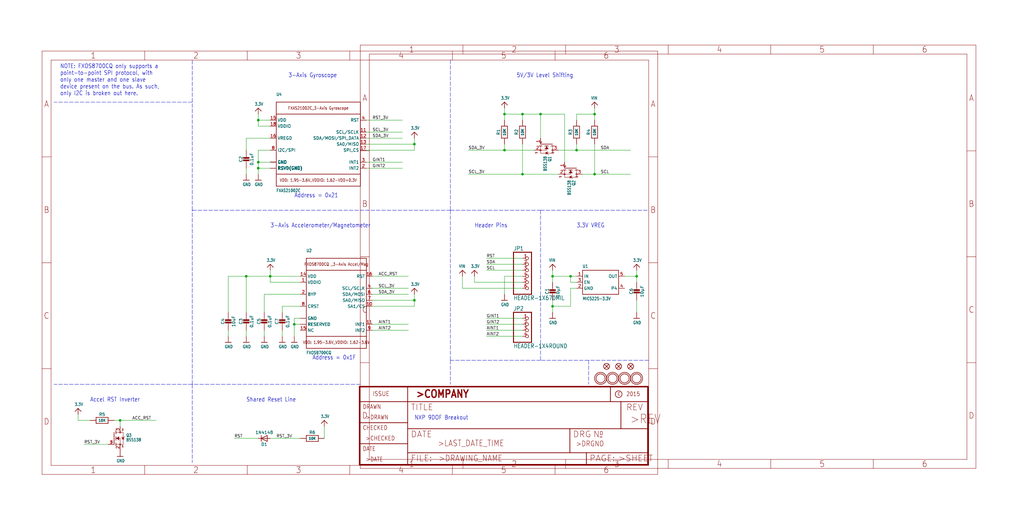
<source format=kicad_sch>
(kicad_sch (version 20211123) (generator eeschema)
  (paper "User" 433.07 220.421)
  (lib_symbols
    (symbol "eagleSchem-eagle-import:3.3V" (power)
      (property "Value" "3.3V" (at -1.524 1.016 0))
      (symbol "3.3V_1_0"
        (polyline (pts (xy -1.27 -1.27) (xy 0 0)) (stroke (width 0.254)))
        (polyline (pts (xy 0 0) (xy 1.27 -1.27)) (stroke (width 0.254)))
        (pin power_in line (at 0 -2.54 90) (length 2.54) (name "3.3V") (number "1"))
      )
    )
    (symbol "eagleSchem-eagle-import:ACCEL_MAG_FXOS8700CQ"
      (property "Reference" "U" (at -12.7 20.32 0))
      (property "Value" "ACCEL_MAG_FXOS8700CQ" (at -12.7 -22.86 0))
      (symbol "ACCEL_MAG_FXOS8700CQ_1_0"
        (polyline (pts (xy -12.7 -20.32) (xy 12.7 -20.32)) (stroke (width 0.254)))
        (polyline (pts (xy -12.7 -15.24) (xy -12.7 -20.32)) (stroke (width 0.254)))
        (polyline (pts (xy -12.7 -15.24) (xy -12.7 12.7)) (stroke (width 0.254)))
        (polyline (pts (xy -12.7 12.7) (xy -12.7 17.78)) (stroke (width 0.254)))
        (polyline (pts (xy -12.7 12.7) (xy 12.7 12.7)) (stroke (width 0.254)))
        (polyline (pts (xy -12.7 17.78) (xy 12.7 17.78)) (stroke (width 0.254)))
        (polyline (pts (xy 12.7 -20.32) (xy 12.7 -15.24)) (stroke (width 0.254)))
        (polyline (pts (xy 12.7 -15.24) (xy -12.7 -15.24)) (stroke (width 0.254)))
        (polyline (pts (xy 12.7 12.7) (xy 12.7 -15.24)) (stroke (width 0.254)))
        (polyline (pts (xy 12.7 17.78) (xy 12.7 12.7)) (stroke (width 0.254)))
        (text "FXOS8700CQ _3-Axis Accel/Mag" (at 0 15.24 0) (effects (font (size 1.27 1.0795))))
        (text "VDD: 1.95-3.6V_VDDIO: 1.62-3.6V" (at 0 -17.78 0) (effects (font (size 1.27 1.0795))))
        (pin bidirectional line (at -15.24 7.62 0) (length 2.54) (name "VDDIO") (number "1"))
        (pin bidirectional line (at 15.24 -2.54 180) (length 2.54) (name "SA1/CS") (number "10"))
        (pin bidirectional line (at 15.24 -10.16 180) (length 2.54) (name "INT1") (number "11"))
        (pin bidirectional line (at -15.24 -7.62 0) (length 2.54) (name "GND") (number "12"))
        (pin bidirectional line (at -15.24 -10.16 0) (length 2.54) (name "RESERVED") (number "13"))
        (pin bidirectional line (at -15.24 10.16 0) (length 2.54) (name "VDD") (number "14"))
        (pin bidirectional line (at -15.24 -12.7 0) (length 2.54) (name "NC") (number "15"))
        (pin bidirectional line (at 15.24 10.16 180) (length 2.54) (name "RST") (number "16"))
        (pin bidirectional line (at -15.24 2.54 0) (length 2.54) (name "BYP") (number "2"))
        (pin bidirectional line (at -15.24 -10.16 0) (length 2.54) (name "RESERVED") (number "3"))
        (pin bidirectional line (at 15.24 5.08 180) (length 2.54) (name "SCL/SCLK") (number "4"))
        (pin bidirectional line (at -15.24 -7.62 0) (length 2.54) (name "GND") (number "5"))
        (pin bidirectional line (at 15.24 2.54 180) (length 2.54) (name "SDA/MOSI") (number "6"))
        (pin bidirectional line (at 15.24 0 180) (length 2.54) (name "SA0/MISO") (number "7"))
        (pin bidirectional line (at -15.24 -2.54 0) (length 2.54) (name "CRST") (number "8"))
        (pin bidirectional line (at 15.24 -12.7 180) (length 2.54) (name "INT2") (number "9"))
      )
    )
    (symbol "eagleSchem-eagle-import:CAP_CERAMIC0805-NOOUTLINE"
      (property "Reference" "C" (at -2.29 1.25 90))
      (property "Value" "CAP_CERAMIC0805-NOOUTLINE" (at 2.3 1.25 90))
      (symbol "CAP_CERAMIC0805-NOOUTLINE_1_0"
        (rectangle (start -1.27 0.508) (end 1.27 1.016) (fill (type outline)))
        (rectangle (start -1.27 1.524) (end 1.27 2.032) (fill (type outline)))
        (polyline (pts (xy 0 0.762) (xy 0 0)) (stroke (width 0.1524)))
        (polyline (pts (xy 0 2.54) (xy 0 1.778)) (stroke (width 0.1524)))
        (pin passive line (at 0 5.08 270) (length 2.54) (name "1") (number "1"))
        (pin passive line (at 0 -2.54 90) (length 2.54) (name "2") (number "2"))
      )
    )
    (symbol "eagleSchem-eagle-import:DIODESOD-323"
      (property "Reference" "D" (at 0 2.54 0))
      (property "Value" "DIODESOD-323" (at 0 -2.5 0))
      (symbol "DIODESOD-323_1_0"
        (polyline (pts (xy -1.27 -1.27) (xy 1.27 0)) (stroke (width 0.254)))
        (polyline (pts (xy -1.27 1.27) (xy -1.27 -1.27)) (stroke (width 0.254)))
        (polyline (pts (xy 1.27 0) (xy -1.27 1.27)) (stroke (width 0.254)))
        (polyline (pts (xy 1.27 0) (xy 1.27 -1.27)) (stroke (width 0.254)))
        (polyline (pts (xy 1.27 1.27) (xy 1.27 0)) (stroke (width 0.254)))
        (pin passive line (at -2.54 0 0) (length 2.54) (name "A") (number "A"))
        (pin passive line (at 2.54 0 180) (length 2.54) (name "C") (number "C"))
      )
    )
    (symbol "eagleSchem-eagle-import:FIDUCIAL_1MM"
      (symbol "FIDUCIAL_1MM_1_0"
        (polyline (pts (xy -0.762 0.762) (xy 0.762 -0.762)) (stroke (width 0.254)))
        (polyline (pts (xy 0.762 0.762) (xy -0.762 -0.762)) (stroke (width 0.254)))
        (circle (center 0 0) (radius 1.27) (stroke (width 0.254)))
      )
    )
    (symbol "eagleSchem-eagle-import:FRAME_A4"
      (symbol "FRAME_A4_0_0"
        (polyline (pts (xy 0 44.7675) (xy 3.81 44.7675)))
        (polyline (pts (xy 0 89.535) (xy 3.81 89.535)))
        (polyline (pts (xy 0 134.3025) (xy 3.81 134.3025)))
        (polyline (pts (xy 3.81 3.81) (xy 3.81 175.26)))
        (polyline (pts (xy 43.3917 0) (xy 43.3917 3.81)))
        (polyline (pts (xy 43.3917 175.26) (xy 43.3917 179.07)))
        (polyline (pts (xy 86.7833 0) (xy 86.7833 3.81)))
        (polyline (pts (xy 86.7833 175.26) (xy 86.7833 179.07)))
        (polyline (pts (xy 130.175 0) (xy 130.175 3.81)))
        (polyline (pts (xy 130.175 175.26) (xy 130.175 179.07)))
        (polyline (pts (xy 173.5667 0) (xy 173.5667 3.81)))
        (polyline (pts (xy 173.5667 175.26) (xy 173.5667 179.07)))
        (polyline (pts (xy 216.9583 0) (xy 216.9583 3.81)))
        (polyline (pts (xy 216.9583 175.26) (xy 216.9583 179.07)))
        (polyline (pts (xy 256.54 3.81) (xy 3.81 3.81)))
        (polyline (pts (xy 256.54 3.81) (xy 256.54 175.26)))
        (polyline (pts (xy 256.54 44.7675) (xy 260.35 44.7675)))
        (polyline (pts (xy 256.54 89.535) (xy 260.35 89.535)))
        (polyline (pts (xy 256.54 134.3025) (xy 260.35 134.3025)))
        (polyline (pts (xy 256.54 175.26) (xy 3.81 175.26)))
        (polyline (pts (xy 0 0) (xy 260.35 0) (xy 260.35 179.07) (xy 0 179.07) (xy 0 0)))
        (text "1" (at 21.6958 1.905 0) (effects (font (size 2.54 2.286))))
        (text "1" (at 21.6958 177.165 0) (effects (font (size 2.54 2.286))))
        (text "2" (at 65.0875 1.905 0) (effects (font (size 2.54 2.286))))
        (text "2" (at 65.0875 177.165 0) (effects (font (size 2.54 2.286))))
        (text "3" (at 108.4792 1.905 0) (effects (font (size 2.54 2.286))))
        (text "3" (at 108.4792 177.165 0) (effects (font (size 2.54 2.286))))
        (text "4" (at 151.8708 1.905 0) (effects (font (size 2.54 2.286))))
        (text "4" (at 151.8708 177.165 0) (effects (font (size 2.54 2.286))))
        (text "5" (at 195.2625 1.905 0) (effects (font (size 2.54 2.286))))
        (text "5" (at 195.2625 177.165 0) (effects (font (size 2.54 2.286))))
        (text "6" (at 238.6542 1.905 0) (effects (font (size 2.54 2.286))))
        (text "6" (at 238.6542 177.165 0) (effects (font (size 2.54 2.286))))
        (text "A" (at 1.905 156.6863 0) (effects (font (size 2.54 2.286))))
        (text "A" (at 258.445 156.6863 0) (effects (font (size 2.54 2.286))))
        (text "B" (at 1.905 111.9188 0) (effects (font (size 2.54 2.286))))
        (text "B" (at 258.445 111.9188 0) (effects (font (size 2.54 2.286))))
        (text "C" (at 1.905 67.1513 0) (effects (font (size 2.54 2.286))))
        (text "C" (at 258.445 67.1513 0) (effects (font (size 2.54 2.286))))
        (text "D" (at 1.905 22.3838 0) (effects (font (size 2.54 2.286))))
        (text "D" (at 258.445 22.3838 0) (effects (font (size 2.54 2.286))))
      )
      (symbol "FRAME_A4_1_0"
        (polyline (pts (xy 256.54 3.81) (xy 256.54 8.89)) (stroke (width 0.1016)))
        (polyline (pts (xy 256.54 8.89) (xy 256.54 13.97)) (stroke (width 0.1016)))
        (polyline (pts (xy 256.54 13.97) (xy 256.54 19.05)) (stroke (width 0.1016)))
        (polyline (pts (xy 256.54 19.05) (xy 256.54 36.83)) (stroke (width 0.1016)))
      )
      (symbol "FRAME_A4_2_0"
        (polyline (pts (xy -0.3048 1.5748) (xy 20.0152 1.5748)) (stroke (width 0.6096)))
        (polyline (pts (xy -0.3048 10.4648) (xy -0.3048 1.5748)) (stroke (width 0.6096)))
        (polyline (pts (xy -0.3048 10.4648) (xy 20.0152 10.4648)) (stroke (width 0.3048)))
        (polyline (pts (xy -0.3048 19.3548) (xy -0.3048 10.4648)) (stroke (width 0.6096)))
        (polyline (pts (xy -0.3048 19.3548) (xy 20.0152 19.3548)) (stroke (width 0.3048)))
        (polyline (pts (xy -0.3048 28.2448) (xy -0.3048 19.3548)) (stroke (width 0.6096)))
        (polyline (pts (xy -0.3048 28.2448) (xy 20.0152 28.2448)) (stroke (width 0.3048)))
        (polyline (pts (xy -0.3048 34.5948) (xy -0.3048 28.2448)) (stroke (width 0.6096)))
        (polyline (pts (xy 20.0152 1.5748) (xy 20.0152 6.6548)) (stroke (width 0.3048)))
        (polyline (pts (xy 20.0152 1.5748) (xy 95.5802 1.5748)) (stroke (width 0.6096)))
        (polyline (pts (xy 20.0152 6.6548) (xy 20.0152 10.4648)) (stroke (width 0.3048)))
        (polyline (pts (xy 20.0152 6.6548) (xy 88.5952 6.6548)) (stroke (width 0.3048)))
        (polyline (pts (xy 20.0152 10.4648) (xy 20.0152 16.8148)) (stroke (width 0.3048)))
        (polyline (pts (xy 20.0152 16.8148) (xy 20.0152 19.3548)) (stroke (width 0.3048)))
        (polyline (pts (xy 20.0152 19.3548) (xy 20.0152 28.2448)) (stroke (width 0.3048)))
        (polyline (pts (xy 20.0152 28.2448) (xy 20.0152 34.5948)) (stroke (width 0.3048)))
        (polyline (pts (xy 20.0152 28.2448) (xy 105.7402 28.2448)) (stroke (width 0.3048)))
        (polyline (pts (xy 20.0152 34.5948) (xy -0.3048 34.5948)) (stroke (width 0.6096)))
        (polyline (pts (xy 88.5952 6.6548) (xy 95.5802 6.6548)) (stroke (width 0.3048)))
        (polyline (pts (xy 88.5952 16.8148) (xy 20.0152 16.8148)) (stroke (width 0.3048)))
        (polyline (pts (xy 88.5952 16.8148) (xy 88.5952 6.6548)) (stroke (width 0.3048)))
        (polyline (pts (xy 95.5802 1.5748) (xy 121.6152 1.5748)) (stroke (width 0.6096)))
        (polyline (pts (xy 95.5802 6.6548) (xy 95.5802 1.5748)) (stroke (width 0.3048)))
        (polyline (pts (xy 95.5802 6.6548) (xy 121.6152 6.6548)) (stroke (width 0.3048)))
        (polyline (pts (xy 101.2952 13.3223) (xy 102.2477 13.3223)) (stroke (width 0.254)))
        (polyline (pts (xy 105.7402 28.2448) (xy 105.7402 34.5948)) (stroke (width 0.3048)))
        (polyline (pts (xy 105.7402 28.2448) (xy 110.1852 28.2448)) (stroke (width 0.3048)))
        (polyline (pts (xy 105.7402 34.5948) (xy 20.0152 34.5948)) (stroke (width 0.6096)))
        (polyline (pts (xy 110.1852 16.8148) (xy 88.5952 16.8148)) (stroke (width 0.3048)))
        (polyline (pts (xy 110.1852 28.2448) (xy 110.1852 16.8148)) (stroke (width 0.3048)))
        (polyline (pts (xy 110.1852 28.2448) (xy 121.6152 28.2448)) (stroke (width 0.3048)))
        (polyline (pts (xy 121.6152 6.6548) (xy 121.6152 1.5748)) (stroke (width 0.6096)))
        (polyline (pts (xy 121.6152 16.8148) (xy 110.1852 16.8148)) (stroke (width 0.3048)))
        (polyline (pts (xy 121.6152 16.8148) (xy 121.6152 6.6548)) (stroke (width 0.6096)))
        (polyline (pts (xy 121.6152 28.2448) (xy 121.6152 16.8148)) (stroke (width 0.6096)))
        (polyline (pts (xy 121.6152 34.5948) (xy 105.7402 34.5948)) (stroke (width 0.6096)))
        (polyline (pts (xy 121.6152 34.5948) (xy 121.6152 28.2448)) (stroke (width 0.6096)))
        (circle (center 109.2327 31.4198) (radius 1.4199) (stroke (width 0.254)))
        (text "2015" (at 112.4077 30.4673 0) (effects (font (size 1.778 1.5113)) (justify left bottom)))
        (text ">CHECKED" (at 2.2352 11.7348 0) (effects (font (size 1.778 1.5113)) (justify left bottom)))
        (text ">COMPANY" (at 23.349 29.6735 0) (effects (font (size 3.175 2.6987) (thickness 0.5397) bold) (justify left bottom)))
        (text ">DATE" (at 2.2352 2.8448 0) (effects (font (size 1.778 1.5113)) (justify left bottom)))
        (text ">DRAWING_NAME" (at 33.0327 2.8448 0) (effects (font (size 2.54 2.159)) (justify left bottom)))
        (text ">DRAWN" (at 2.2352 20.6248 0) (effects (font (size 1.778 1.5113)) (justify left bottom)))
        (text ">DRGNO" (at 91.1352 9.1948 0) (effects (font (size 2.1844 1.8567)) (justify left bottom)))
        (text ">LAST_DATE_TIME" (at 32.7152 9.1948 0) (effects (font (size 2.54 2.159)) (justify left bottom)))
        (text ">REV" (at 113.9952 18.7198 0) (effects (font (size 3.81 3.2385)) (justify left bottom)))
        (text ">SHEET" (at 108.9152 2.8448 0) (effects (font (size 2.54 2.54)) (justify left bottom)))
        (text "C" (at 108.7564 30.7848 0) (effects (font (size 1.27 1.0795)) (justify left bottom)))
        (text "CHECKED" (at 0.9652 16.1798 0) (effects (font (size 1.778 1.5113)) (justify left bottom)))
        (text "DATE" (at 0.9652 7.2898 0) (effects (font (size 1.778 1.5113)) (justify left bottom)))
        (text "DATE" (at 21.2852 13.0048 0) (effects (font (size 2.54 2.54)) (justify left bottom)))
        (text "DRAWN" (at 0.9652 25.0698 0) (effects (font (size 1.778 1.5113)) (justify left bottom)))
        (text "DRG" (at 89.8652 13.0048 0) (effects (font (size 2.54 2.54)) (justify left bottom)))
        (text "FILE:" (at 21.2852 2.8448 0) (effects (font (size 2.54 2.54)) (justify left bottom)))
        (text "ISSUE" (at 5.0927 30.4673 0) (effects (font (size 1.9304 1.6408)) (justify left bottom)))
        (text "N" (at 98.4377 13.0048 0) (effects (font (size 2.54 2.54)) (justify left bottom)))
        (text "o" (at 100.9777 13.9573 0) (effects (font (size 2.1844 1.8567)) (justify left bottom)))
        (text "PAGE:" (at 96.8502 2.8448 0) (effects (font (size 2.54 2.54)) (justify left bottom)))
        (text "REV" (at 112.4077 24.4348 0) (effects (font (size 2.54 2.54)) (justify left bottom)))
        (text "TITLE" (at 21.2852 24.4348 0) (effects (font (size 2.54 2.54)) (justify left bottom)))
      )
    )
    (symbol "eagleSchem-eagle-import:GND" (power)
      (property "Value" "GND" (at -1.524 -2.54 0))
      (symbol "GND_1_0"
        (polyline (pts (xy -1.27 0) (xy 1.27 0)) (stroke (width 0.254)))
        (pin power_in line (at 0 2.54 270) (length 2.54) (name "GND") (number "1"))
      )
    )
    (symbol "eagleSchem-eagle-import:GYRO_FXAS21002C"
      (property "Reference" "U" (at -17.78 20.32 0))
      (property "Value" "GYRO_FXAS21002C" (at -17.78 -20.32 0))
      (symbol "GYRO_FXAS21002C_1_0"
        (polyline (pts (xy -17.78 -17.78) (xy 17.78 -17.78)) (stroke (width 0.254)))
        (polyline (pts (xy -17.78 -12.7) (xy -17.78 -17.78)) (stroke (width 0.254)))
        (polyline (pts (xy -17.78 -12.7) (xy -17.78 12.7)) (stroke (width 0.254)))
        (polyline (pts (xy -17.78 12.7) (xy -17.78 17.78)) (stroke (width 0.254)))
        (polyline (pts (xy -17.78 12.7) (xy 17.78 12.7)) (stroke (width 0.254)))
        (polyline (pts (xy -17.78 17.78) (xy 17.78 17.78)) (stroke (width 0.254)))
        (polyline (pts (xy 17.78 -17.78) (xy 17.78 -12.7)) (stroke (width 0.254)))
        (polyline (pts (xy 17.78 -12.7) (xy -17.78 -12.7)) (stroke (width 0.254)))
        (polyline (pts (xy 17.78 12.7) (xy 17.78 -12.7)) (stroke (width 0.254)))
        (polyline (pts (xy 17.78 17.78) (xy 17.78 12.7)) (stroke (width 0.254)))
        (text "FXAS21002C_3-Axis Gyroscope" (at 0 15.24 0) (effects (font (size 1.27 1.0795))))
        (text "VDD: 1.95-3.6V_VDDIO: 1.62-VDD+0.3V" (at 0 -15.24 0) (effects (font (size 1.27 1.0795))))
        (pin bidirectional line (at -20.32 -7.62 0) (length 2.54) (name "GND") (number "1"))
        (pin bidirectional line (at -20.32 -10.16 0) (length 2.54) (name "RSVD(GND)") (number "10"))
        (pin bidirectional line (at 20.32 5.08 180) (length 2.54) (name "SCL/SCLK") (number "11"))
        (pin bidirectional line (at 20.32 2.54 180) (length 2.54) (name "SDA/MOSI/SPI_DATA") (number "12"))
        (pin bidirectional line (at 20.32 0 180) (length 2.54) (name "SA0/MISO") (number "13"))
        (pin bidirectional line (at -20.32 -7.62 0) (length 2.54) (name "GND") (number "14"))
        (pin bidirectional line (at -20.32 10.16 0) (length 2.54) (name "VDD") (number "15"))
        (pin bidirectional line (at -20.32 2.54 0) (length 2.54) (name "VREGD") (number "16"))
        (pin bidirectional line (at 20.32 -2.54 180) (length 2.54) (name "SPI_CS") (number "17"))
        (pin bidirectional line (at -20.32 7.62 0) (length 2.54) (name "VDDIO") (number "18"))
        (pin bidirectional line (at -20.32 -7.62 0) (length 2.54) (name "GND") (number "19"))
        (pin bidirectional line (at 20.32 -10.16 180) (length 2.54) (name "INT2") (number "2"))
        (pin bidirectional line (at -20.32 -10.16 0) (length 2.54) (name "RSVD(GND)") (number "20"))
        (pin bidirectional line (at -20.32 -10.16 0) (length 2.54) (name "RSVD(GND)") (number "21"))
        (pin bidirectional line (at -20.32 -10.16 0) (length 2.54) (name "RSVD(GND)") (number "22"))
        (pin bidirectional line (at -20.32 -10.16 0) (length 2.54) (name "RSVD(GND)") (number "23"))
        (pin bidirectional line (at -20.32 -10.16 0) (length 2.54) (name "RSVD(GND)") (number "24"))
        (pin bidirectional line (at 20.32 -7.62 180) (length 2.54) (name "INT1") (number "3"))
        (pin bidirectional line (at 20.32 10.16 180) (length 2.54) (name "RST") (number "4"))
        (pin bidirectional line (at -20.32 -7.62 0) (length 2.54) (name "GND") (number "5"))
        (pin bidirectional line (at -20.32 -10.16 0) (length 2.54) (name "RSVD(GND)") (number "6"))
        (pin bidirectional line (at -20.32 -10.16 0) (length 2.54) (name "RSVD(GND)") (number "7"))
        (pin bidirectional line (at -20.32 -2.54 0) (length 2.54) (name "I2C/SPI") (number "8"))
        (pin bidirectional line (at -20.32 -10.16 0) (length 2.54) (name "RSVD(GND)") (number "9"))
      )
    )
    (symbol "eagleSchem-eagle-import:HEADER-1X4ROUND"
      (property "Reference" "JP" (at -6.35 8.255 0))
      (property "Value" "HEADER-1X4ROUND" (at -6.35 -7.62 0))
      (symbol "HEADER-1X4ROUND_1_0"
        (polyline (pts (xy -6.35 -5.08) (xy 1.27 -5.08)) (stroke (width 0.4064)))
        (polyline (pts (xy -6.35 7.62) (xy -6.35 -5.08)) (stroke (width 0.4064)))
        (polyline (pts (xy 1.27 -5.08) (xy 1.27 7.62)) (stroke (width 0.4064)))
        (polyline (pts (xy 1.27 7.62) (xy -6.35 7.62)) (stroke (width 0.4064)))
        (pin passive inverted (at -2.54 5.08 0) (length 2.54) (name "1") (number "1"))
        (pin passive inverted (at -2.54 2.54 0) (length 2.54) (name "2") (number "2"))
        (pin passive inverted (at -2.54 0 0) (length 2.54) (name "3") (number "3"))
        (pin passive inverted (at -2.54 -2.54 0) (length 2.54) (name "4") (number "4"))
      )
    )
    (symbol "eagleSchem-eagle-import:HEADER-1X670MIL"
      (property "Reference" "JP" (at -6.35 10.795 0))
      (property "Value" "HEADER-1X670MIL" (at -6.35 -10.16 0))
      (symbol "HEADER-1X670MIL_1_0"
        (polyline (pts (xy -6.35 -7.62) (xy 1.27 -7.62)) (stroke (width 0.4064)))
        (polyline (pts (xy -6.35 10.16) (xy -6.35 -7.62)) (stroke (width 0.4064)))
        (polyline (pts (xy 1.27 -7.62) (xy 1.27 10.16)) (stroke (width 0.4064)))
        (polyline (pts (xy 1.27 10.16) (xy -6.35 10.16)) (stroke (width 0.4064)))
        (pin passive inverted (at -2.54 7.62 0) (length 2.54) (name "1") (number "1"))
        (pin passive inverted (at -2.54 5.08 0) (length 2.54) (name "2") (number "2"))
        (pin passive inverted (at -2.54 2.54 0) (length 2.54) (name "3") (number "3"))
        (pin passive inverted (at -2.54 0 0) (length 2.54) (name "4") (number "4"))
        (pin passive inverted (at -2.54 -2.54 0) (length 2.54) (name "5") (number "5"))
        (pin passive inverted (at -2.54 -5.08 0) (length 2.54) (name "6") (number "6"))
      )
    )
    (symbol "eagleSchem-eagle-import:MOSFET-NWIDE"
      (property "Reference" "Q" (at 5.08 0.635 0))
      (property "Value" "MOSFET-NWIDE" (at 5.08 -1.27 0))
      (symbol "MOSFET-NWIDE_1_0"
        (polyline (pts (xy 0 2.54) (xy 0 -2.54)) (stroke (width 0.254)))
        (polyline (pts (xy 0.762 -2.54) (xy 0.762 -3.175)) (stroke (width 0.254)))
        (polyline (pts (xy 0.762 -1.905) (xy 0.762 -2.54)) (stroke (width 0.254)))
        (polyline (pts (xy 0.762 0) (xy 0.762 -0.762)) (stroke (width 0.254)))
        (polyline (pts (xy 0.762 0) (xy 2.54 0)) (stroke (width 0.1524)))
        (polyline (pts (xy 0.762 0.762) (xy 0.762 0)) (stroke (width 0.254)))
        (polyline (pts (xy 0.762 2.54) (xy 0.762 1.905)) (stroke (width 0.254)))
        (polyline (pts (xy 0.762 2.54) (xy 3.81 2.54)) (stroke (width 0.1524)))
        (polyline (pts (xy 0.762 3.175) (xy 0.762 2.54)) (stroke (width 0.254)))
        (polyline (pts (xy 2.54 -2.54) (xy 0.762 -2.54)) (stroke (width 0.1524)))
        (polyline (pts (xy 2.54 -2.54) (xy 3.81 -2.54)) (stroke (width 0.1524)))
        (polyline (pts (xy 2.54 0) (xy 2.54 -2.54)) (stroke (width 0.1524)))
        (polyline (pts (xy 3.302 0.508) (xy 3.048 0.254)) (stroke (width 0.1524)))
        (polyline (pts (xy 3.81 0.508) (xy 3.302 0.508)) (stroke (width 0.1524)))
        (polyline (pts (xy 3.81 0.508) (xy 3.81 -2.54)) (stroke (width 0.1524)))
        (polyline (pts (xy 3.81 2.54) (xy 3.81 0.508)) (stroke (width 0.1524)))
        (polyline (pts (xy 4.318 0.508) (xy 3.81 0.508)) (stroke (width 0.1524)))
        (polyline (pts (xy 4.572 0.762) (xy 4.318 0.508)) (stroke (width 0.1524)))
        (polyline (pts (xy 1.016 0) (xy 2.032 0.762) (xy 2.032 -0.762)) (fill (type outline)))
        (polyline (pts (xy 3.81 0.508) (xy 3.302 -0.254) (xy 4.318 -0.254)) (fill (type outline)))
        (circle (center 2.54 -2.54) (radius 0.3592))
        (circle (center 2.54 2.54) (radius 0.3592))
        (text "D" (at 3.175 3.175 0) (effects (font (size 0.8128 0.6908)) (justify left bottom)))
        (text "G" (at -1.27 -1.905 0) (effects (font (size 0.8128 0.6908)) (justify left bottom)))
        (text "S" (at 3.175 -3.81 0) (effects (font (size 0.8128 0.6908)) (justify left bottom)))
        (pin bidirectional line (at -2.54 -2.54 0) (length 2.54) (name "G") (number "1"))
        (pin bidirectional line (at 2.54 -5.08 90) (length 2.54) (name "S") (number "2"))
        (pin bidirectional line (at 2.54 5.08 270) (length 2.54) (name "D") (number "3"))
      )
    )
    (symbol "eagleSchem-eagle-import:MOUNTINGHOLE2.5"
      (symbol "MOUNTINGHOLE2.5_1_0"
        (circle (center 0 0) (radius 1.905) (stroke (width 0.254)))
        (circle (center 0 0) (radius 2.54) (stroke (width 0.254)))
      )
    )
    (symbol "eagleSchem-eagle-import:RESISTOR0805_NOOUTLINE"
      (property "Reference" "R" (at 0 2.54 0))
      (property "Value" "RESISTOR0805_NOOUTLINE" (at 0 0 0))
      (symbol "RESISTOR0805_NOOUTLINE_1_0"
        (polyline (pts (xy -2.54 -1.27) (xy -2.54 1.27)) (stroke (width 0.254)))
        (polyline (pts (xy -2.54 1.27) (xy 2.54 1.27)) (stroke (width 0.254)))
        (polyline (pts (xy 2.54 -1.27) (xy -2.54 -1.27)) (stroke (width 0.254)))
        (polyline (pts (xy 2.54 1.27) (xy 2.54 -1.27)) (stroke (width 0.254)))
        (pin passive line (at -5.08 0 0) (length 2.54) (name "1") (number "1"))
        (pin passive line (at 5.08 0 180) (length 2.54) (name "2") (number "2"))
      )
    )
    (symbol "eagleSchem-eagle-import:VIN" (power)
      (property "Value" "VIN" (at -1.524 1.016 0))
      (symbol "VIN_1_0"
        (polyline (pts (xy -1.27 -1.27) (xy 0 0)) (stroke (width 0.254)))
        (polyline (pts (xy 0 0) (xy 1.27 -1.27)) (stroke (width 0.254)))
        (pin power_in line (at 0 -2.54 90) (length 2.54) (name "VIN") (number "1"))
      )
    )
    (symbol "eagleSchem-eagle-import:VREG_SOT23-5"
      (property "Reference" "U" (at -7.62 6.096 0))
      (property "Value" "VREG_SOT23-5" (at -7.62 -7.62 0))
      (symbol "VREG_SOT23-5_1_0"
        (polyline (pts (xy -7.62 -5.08) (xy -7.62 5.08)) (stroke (width 0.254)))
        (polyline (pts (xy -7.62 5.08) (xy 7.62 5.08)) (stroke (width 0.254)))
        (polyline (pts (xy 7.62 -5.08) (xy -7.62 -5.08)) (stroke (width 0.254)))
        (polyline (pts (xy 7.62 5.08) (xy 7.62 -5.08)) (stroke (width 0.254)))
        (pin power_in line (at -10.16 2.54 0) (length 2.54) (name "IN") (number "1"))
        (pin power_in line (at -10.16 -2.54 0) (length 2.54) (name "GND") (number "2"))
        (pin input line (at -10.16 0 0) (length 2.54) (name "EN") (number "3"))
        (pin bidirectional line (at 10.16 -2.54 180) (length 2.54) (name "P4") (number "4"))
        (pin power_in line (at 10.16 2.54 180) (length 2.54) (name "OUT") (number "5"))
      )
    )
  )
  (junction (at 243.84 63.5))
  (junction (at 109.22 68.58))
  (junction (at 50.8 177.8))
  (junction (at 233.68 116.84))
  (junction (at 109.22 71.12))
  (junction (at 109.22 50.8))
  (junction (at 175.26 60.96))
  (junction (at 104.14 116.84))
  (junction (at 251.46 48.26))
  (junction (at 233.68 129.54))
  (junction (at 114.3 116.84))
  (junction (at 269.24 116.84))
  (junction (at 220.98 73.66))
  (junction (at 124.46 137.16))
  (junction (at 220.98 48.26))
  (junction (at 213.36 48.26))
  (junction (at 175.26 127))
  (junction (at 241.3 116.84))
  (junction (at 228.6 48.26))
  (junction (at 213.36 63.5))
  (junction (at 251.46 73.66))
  (wire (pts (xy 175.26 129.54) (xy 175.26 127)))
  (wire (pts (xy 109.22 71.12) (xy 109.22 73.66)))
  (wire (pts (xy 114.3 71.12) (xy 109.22 71.12)))
  (wire (pts (xy 200.66 119.38) (xy 200.66 116.84)))
  (wire (pts (xy 154.94 63.5) (xy 175.26 63.5)))
  (polyline (pts (xy 81.28 162.56) (xy 81.28 88.9)))
  (wire (pts (xy 220.98 60.96) (xy 220.98 73.66)))
  (wire (pts (xy 213.36 63.5) (xy 198.12 63.5)))
  (polyline (pts (xy 190.5 152.4) (xy 190.5 162.56)))
  (wire (pts (xy 238.76 68.58) (xy 238.76 48.26)))
  (wire (pts (xy 269.24 116.84) (xy 269.24 114.3)))
  (wire (pts (xy 127 185.42) (xy 114.3 185.42)))
  (wire (pts (xy 205.74 114.3) (xy 220.98 114.3)))
  (wire (pts (xy 127 116.84) (xy 114.3 116.84)))
  (wire (pts (xy 48.26 177.8) (xy 50.8 177.8)))
  (wire (pts (xy 251.46 48.26) (xy 251.46 45.72)))
  (polyline (pts (xy 190.5 88.9) (xy 81.28 88.9)))
  (wire (pts (xy 157.48 121.92) (xy 172.72 121.92)))
  (wire (pts (xy 33.02 177.8) (xy 33.02 175.26)))
  (wire (pts (xy 213.36 63.5) (xy 213.36 60.96)))
  (wire (pts (xy 233.68 129.54) (xy 233.68 127)))
  (wire (pts (xy 157.48 139.7) (xy 172.72 139.7)))
  (wire (pts (xy 104.14 139.7) (xy 104.14 142.24)))
  (wire (pts (xy 104.14 116.84) (xy 96.52 116.84)))
  (wire (pts (xy 220.98 116.84) (xy 213.36 116.84)))
  (wire (pts (xy 213.36 116.84) (xy 213.36 124.46)))
  (wire (pts (xy 111.76 124.46) (xy 111.76 132.08)))
  (polyline (pts (xy 228.6 88.9) (xy 228.6 152.4)))
  (wire (pts (xy 233.68 119.38) (xy 233.68 116.84)))
  (wire (pts (xy 200.66 119.38) (xy 220.98 119.38)))
  (wire (pts (xy 127 124.46) (xy 111.76 124.46)))
  (wire (pts (xy 243.84 121.92) (xy 241.3 121.92)))
  (wire (pts (xy 269.24 127) (xy 269.24 132.08)))
  (wire (pts (xy 269.24 116.84) (xy 269.24 119.38)))
  (wire (pts (xy 251.46 50.8) (xy 251.46 48.26)))
  (wire (pts (xy 228.6 48.26) (xy 220.98 48.26)))
  (wire (pts (xy 243.84 48.26) (xy 251.46 48.26)))
  (wire (pts (xy 251.46 73.66) (xy 266.7 73.66)))
  (wire (pts (xy 170.18 50.8) (xy 154.94 50.8)))
  (wire (pts (xy 50.8 177.8) (xy 66.04 177.8)))
  (wire (pts (xy 175.26 60.96) (xy 175.26 58.42)))
  (wire (pts (xy 157.48 124.46) (xy 172.72 124.46)))
  (wire (pts (xy 264.16 116.84) (xy 269.24 116.84)))
  (wire (pts (xy 114.3 68.58) (xy 109.22 68.58)))
  (wire (pts (xy 104.14 58.42) (xy 104.14 63.5)))
  (wire (pts (xy 45.72 187.96) (xy 35.56 187.96)))
  (wire (pts (xy 50.8 177.8) (xy 50.8 180.34)))
  (wire (pts (xy 154.94 60.96) (xy 175.26 60.96)))
  (wire (pts (xy 137.16 185.42) (xy 137.16 180.34)))
  (wire (pts (xy 127 119.38) (xy 114.3 119.38)))
  (wire (pts (xy 127 137.16) (xy 124.46 137.16)))
  (wire (pts (xy 111.76 139.7) (xy 111.76 142.24)))
  (wire (pts (xy 154.94 68.58) (xy 170.18 68.58)))
  (wire (pts (xy 124.46 137.16) (xy 124.46 142.24)))
  (wire (pts (xy 246.38 73.66) (xy 251.46 73.66)))
  (wire (pts (xy 157.48 129.54) (xy 175.26 129.54)))
  (polyline (pts (xy 248.92 152.4) (xy 228.6 152.4)))
  (wire (pts (xy 241.3 129.54) (xy 233.68 129.54)))
  (wire (pts (xy 119.38 139.7) (xy 119.38 142.24)))
  (wire (pts (xy 205.74 111.76) (xy 220.98 111.76)))
  (wire (pts (xy 226.06 63.5) (xy 213.36 63.5)))
  (wire (pts (xy 157.48 116.84) (xy 172.72 116.84)))
  (wire (pts (xy 243.84 119.38) (xy 241.3 119.38)))
  (wire (pts (xy 114.3 116.84) (xy 104.14 116.84)))
  (wire (pts (xy 175.26 63.5) (xy 175.26 60.96)))
  (wire (pts (xy 233.68 116.84) (xy 233.68 114.3)))
  (wire (pts (xy 124.46 134.62) (xy 124.46 137.16)))
  (wire (pts (xy 213.36 48.26) (xy 213.36 45.72)))
  (polyline (pts (xy 81.28 88.9) (xy 81.28 43.18)))
  (polyline (pts (xy 228.6 88.9) (xy 274.32 88.9)))
  (wire (pts (xy 236.22 73.66) (xy 220.98 73.66)))
  (wire (pts (xy 154.94 71.12) (xy 170.18 71.12)))
  (polyline (pts (xy 190.5 25.4) (xy 190.5 88.9)))
  (wire (pts (xy 241.3 119.38) (xy 241.3 116.84)))
  (wire (pts (xy 96.52 139.7) (xy 96.52 142.24)))
  (wire (pts (xy 205.74 139.7) (xy 220.98 139.7)))
  (wire (pts (xy 220.98 50.8) (xy 220.98 48.26)))
  (wire (pts (xy 114.3 53.34) (xy 109.22 53.34)))
  (wire (pts (xy 104.14 71.12) (xy 104.14 73.66)))
  (polyline (pts (xy 274.32 152.4) (xy 248.92 152.4)))
  (wire (pts (xy 127 129.54) (xy 119.38 129.54)))
  (wire (pts (xy 220.98 48.26) (xy 213.36 48.26)))
  (polyline (pts (xy 81.28 43.18) (xy 22.86 43.18)))
  (wire (pts (xy 109.22 185.42) (xy 99.06 185.42)))
  (wire (pts (xy 104.14 132.08) (xy 104.14 116.84)))
  (wire (pts (xy 114.3 58.42) (xy 104.14 58.42)))
  (wire (pts (xy 109.22 63.5) (xy 109.22 68.58)))
  (wire (pts (xy 114.3 50.8) (xy 109.22 50.8)))
  (wire (pts (xy 205.74 134.62) (xy 220.98 134.62)))
  (wire (pts (xy 157.48 127) (xy 175.26 127)))
  (polyline (pts (xy 190.5 88.9) (xy 190.5 152.4)))
  (wire (pts (xy 220.98 109.22) (xy 205.74 109.22)))
  (wire (pts (xy 233.68 129.54) (xy 233.68 132.08)))
  (wire (pts (xy 109.22 68.58) (xy 109.22 71.12)))
  (polyline (pts (xy 190.5 88.9) (xy 228.6 88.9)))
  (wire (pts (xy 243.84 50.8) (xy 243.84 48.26)))
  (wire (pts (xy 205.74 142.24) (xy 220.98 142.24)))
  (wire (pts (xy 238.76 48.26) (xy 228.6 48.26)))
  (wire (pts (xy 109.22 53.34) (xy 109.22 50.8)))
  (wire (pts (xy 220.98 121.92) (xy 195.58 121.92)))
  (polyline (pts (xy 228.6 152.4) (xy 190.5 152.4)))
  (wire (pts (xy 114.3 116.84) (xy 114.3 114.3)))
  (wire (pts (xy 236.22 63.5) (xy 243.84 63.5)))
  (wire (pts (xy 114.3 63.5) (xy 109.22 63.5)))
  (wire (pts (xy 251.46 73.66) (xy 251.46 60.96)))
  (wire (pts (xy 175.26 127) (xy 175.26 124.46)))
  (polyline (pts (xy 152.4 162.56) (xy 81.28 162.56)))
  (wire (pts (xy 228.6 58.42) (xy 228.6 48.26)))
  (wire (pts (xy 243.84 63.5) (xy 243.84 60.96)))
  (wire (pts (xy 127 134.62) (xy 124.46 134.62)))
  (wire (pts (xy 205.74 137.16) (xy 220.98 137.16)))
  (wire (pts (xy 114.3 119.38) (xy 114.3 116.84)))
  (wire (pts (xy 241.3 116.84) (xy 233.68 116.84)))
  (wire (pts (xy 109.22 50.8) (xy 109.22 48.26)))
  (wire (pts (xy 154.94 55.88) (xy 170.18 55.88)))
  (wire (pts (xy 220.98 73.66) (xy 198.12 73.66)))
  (wire (pts (xy 213.36 50.8) (xy 213.36 48.26)))
  (wire (pts (xy 154.94 58.42) (xy 170.18 58.42)))
  (wire (pts (xy 96.52 116.84) (xy 96.52 132.08)))
  (wire (pts (xy 38.1 177.8) (xy 33.02 177.8)))
  (wire (pts (xy 241.3 121.92) (xy 241.3 129.54)))
  (polyline (pts (xy 81.28 43.18) (xy 81.28 25.4)))
  (polyline (pts (xy 248.92 152.4) (xy 248.92 162.56)))
  (wire (pts (xy 195.58 121.92) (xy 195.58 116.84)))
  (wire (pts (xy 157.48 137.16) (xy 172.72 137.16)))
  (wire (pts (xy 243.84 63.5) (xy 266.7 63.5)))
  (wire (pts (xy 119.38 129.54) (xy 119.38 132.08)))
  (wire (pts (xy 243.84 116.84) (xy 241.3 116.84)))
  (polyline (pts (xy 81.28 162.56) (xy 81.28 195.58)))
  (polyline (pts (xy 81.28 162.56) (xy 22.86 162.56)))
  (text "3-Axis Accelerometer/Magnetometer" (at 114.3 96.52 180) (effects (font (size 1.778 1.5113)) (justify left bottom)))
  (text "Address = 0x1F" (at 132.08 152.4 180) (effects (font (size 1.778 1.5113)) (justify left bottom)))
  (text "NXP 9DOF Breakout" (at 175.26 177.8 180) (effects (font (size 1.778 1.5113)) (justify left bottom)))
  (text "Header Pins" (at 200.66 96.52 180) (effects (font (size 1.778 1.5113)) (justify left bottom)))
  (text "Accel RST Inverter" (at 38.1 170.18 180) (effects (font (size 1.778 1.5113)) (justify left bottom)))
  (text "5V/3V Level Shifting" (at 218.44 33.02 180) (effects (font (size 1.778 1.5113)) (justify left bottom)))
  (text "Address = 0x21" (at 124.46 83.82 180) (effects (font (size 1.778 1.5113)) (justify left bottom)))
  (text "NOTE: FXOS8700CQ only supports a\npoint-to-point SPI protocol, with\nonly one master and one slave\ndevice present on the bus. As such,\nonly I2C is broken out here." (at 25.4 40.64 0) (effects (font (size 1.778 1.5113)) (justify left bottom)))
  (text "3.3V VREG" (at 243.84 96.52 180) (effects (font (size 1.778 1.5113)) (justify left bottom)))
  (text "3-Axis Gyroscope" (at 121.92 33.02 180) (effects (font (size 1.778 1.5113)) (justify left bottom)))
  (text "Shared Reset Line" (at 104.14 170.18 180) (effects (font (size 1.778 1.5113)) (justify left bottom)))
  (label "SCL_3V" (at 160.02 121.92 0) (effects (font (size 1.2446 1.2446))))
  (label "AINT1" (at 160.02 137.16 0) (effects (font (size 1.2446 1.2446))))
  (label "RST" (at 205.74 109.22 0) (effects (font (size 1.2446 1.2446))))
  (label "RST" (at 99.06 185.42 0) (effects (font (size 1.2446 1.2446))))
  (label "ACC_RST" (at 160.02 116.84 0) (effects (font (size 1.2446 1.2446))))
  (label "ACC_RST" (at 55.88 177.8 0) (effects (font (size 1.2446 1.2446))))
  (label "SDA_3V" (at 160.02 124.46 0) (effects (font (size 1.2446 1.2446))))
  (label "SCL_3V" (at 198.12 73.66 0) (effects (font (size 1.2446 1.2446))))
  (label "GINT1" (at 205.74 134.62 0) (effects (font (size 1.2446 1.2446))))
  (label "SCL_3V" (at 157.48 55.88 0) (effects (font (size 1.2446 1.2446))))
  (label "SDA" (at 254 63.5 0) (effects (font (size 1.2446 1.2446))))
  (label "RST_3V" (at 35.56 187.96 0) (effects (font (size 1.2446 1.2446))))
  (label "SDA" (at 205.74 111.76 0) (effects (font (size 1.2446 1.2446))))
  (label "GINT2" (at 205.74 137.16 0) (effects (font (size 1.2446 1.2446))))
  (label "AINT2" (at 160.02 139.7 0) (effects (font (size 1.2446 1.2446))))
  (label "GINT1" (at 157.48 68.58 0) (effects (font (size 1.2446 1.2446))))
  (label "SDA_3V" (at 157.48 58.42 0) (effects (font (size 1.2446 1.2446))))
  (label "RST_3V" (at 116.84 185.42 0) (effects (font (size 1.2446 1.2446))))
  (label "SCL" (at 205.74 114.3 0) (effects (font (size 1.2446 1.2446))))
  (label "AINT1" (at 205.74 139.7 0) (effects (font (size 1.2446 1.2446))))
  (label "GINT2" (at 157.48 71.12 0) (effects (font (size 1.2446 1.2446))))
  (label "RST_3V" (at 157.48 50.8 0) (effects (font (size 1.2446 1.2446))))
  (label "AINT2" (at 205.74 142.24 0) (effects (font (size 1.2446 1.2446))))
  (label "SDA_3V" (at 198.12 63.5 0) (effects (font (size 1.2446 1.2446))))
  (label "SCL" (at 254 73.66 0) (effects (font (size 1.2446 1.2446))))
  (symbol (lib_id "eagleSchem-eagle-import:VREG_SOT23-5") (at 254 119.38 0) (unit 1)
    (property "Reference" "U1" (at 246.38 113.284 0) (effects (font (size 1.27 1.0795)) (justify left bottom)))
    (property "Value" "MIC5225-3.3V" (at 246.38 127 0) (effects (font (size 1.27 1.0795)) (justify left bottom)))
    (property "Footprint" "eagleSchem:SOT23-5" (effects hide))
  )
  (symbol (lib_id "eagleSchem-eagle-import:CAP_CERAMIC0805-NOOUTLINE") (at 233.68 124.46 0) (unit 1)
    (property "Reference" "C1" (at 231.39 123.21 90))
    (property "Value" "10µF" (at 235.98 123.21 90))
    (property "Footprint" "eagleSchem:0805-NO" (effects hide))
  )
  (symbol (lib_id "eagleSchem-eagle-import:GND") (at 104.14 144.78 0) (unit 1)
    (property "Reference" "#U$14" (effects hide))
    (property "Value" "GND" (at 102.616 147.32 0) (effects (font (size 1.27 1.0795)) (justify left bottom)))
    (property "Footprint" "eagleSchem:" (effects hide))
  )
  (symbol (lib_id "eagleSchem-eagle-import:GND") (at 233.68 134.62 0) (unit 1)
    (property "Reference" "#U$7" (effects hide))
    (property "Value" "GND" (at 232.156 137.16 0) (effects (font (size 1.27 1.0795)) (justify left bottom)))
    (property "Footprint" "eagleSchem:" (effects hide))
  )
  (symbol (lib_id "eagleSchem-eagle-import:RESISTOR0805_NOOUTLINE") (at 220.98 55.88 90) (unit 1)
    (property "Reference" "R2" (at 218.44 55.88 0))
    (property "Value" "10K" (at 220.98 55.88 0) (effects (font (size 1.016 1.016) bold)))
    (property "Footprint" "eagleSchem:0805-NO" (effects hide))
  )
  (symbol (lib_id "eagleSchem-eagle-import:RESISTOR0805_NOOUTLINE") (at 132.08 185.42 0) (unit 1)
    (property "Reference" "R6" (at 132.08 182.88 0))
    (property "Value" "10K" (at 132.08 185.42 0) (effects (font (size 1.016 1.016) bold)))
    (property "Footprint" "eagleSchem:0805-NO" (effects hide))
  )
  (symbol (lib_id "eagleSchem-eagle-import:MOSFET-NWIDE") (at 231.14 60.96 270) (unit 1)
    (property "Reference" "Q1" (at 231.775 66.04 0) (effects (font (size 1.27 1.0795)) (justify left bottom)))
    (property "Value" "BSS138" (at 229.87 66.04 0) (effects (font (size 1.27 1.0795)) (justify left bottom)))
    (property "Footprint" "eagleSchem:SOT23-WIDE" (effects hide))
  )
  (symbol (lib_id "eagleSchem-eagle-import:VIN") (at 233.68 111.76 0) (unit 1)
    (property "Reference" "#U$21" (effects hide))
    (property "Value" "VIN" (at 232.156 110.744 0) (effects (font (size 1.27 1.0795)) (justify left bottom)))
    (property "Footprint" "eagleSchem:" (effects hide))
  )
  (symbol (lib_id "eagleSchem-eagle-import:3.3V") (at 200.66 114.3 0) (unit 1)
    (property "Reference" "#U$24" (effects hide))
    (property "Value" "3.3V" (at 199.136 113.284 0) (effects (font (size 1.27 1.0795)) (justify left bottom)))
    (property "Footprint" "eagleSchem:" (effects hide))
  )
  (symbol (lib_id "eagleSchem-eagle-import:3.3V") (at 33.02 172.72 0) (unit 1)
    (property "Reference" "#U$29" (effects hide))
    (property "Value" "3.3V" (at 31.496 171.704 0) (effects (font (size 1.27 1.0795)) (justify left bottom)))
    (property "Footprint" "eagleSchem:" (effects hide))
  )
  (symbol (lib_id "eagleSchem-eagle-import:GND") (at 104.14 76.2 0) (unit 1)
    (property "Reference" "#U$8" (effects hide))
    (property "Value" "GND" (at 102.616 78.74 0) (effects (font (size 1.27 1.0795)) (justify left bottom)))
    (property "Footprint" "eagleSchem:" (effects hide))
  )
  (symbol (lib_id "eagleSchem-eagle-import:3.3V") (at 213.36 43.18 0) (unit 1)
    (property "Reference" "#U$5" (effects hide))
    (property "Value" "3.3V" (at 211.836 42.164 0) (effects (font (size 1.27 1.0795)) (justify left bottom)))
    (property "Footprint" "eagleSchem:" (effects hide))
  )
  (symbol (lib_id "eagleSchem-eagle-import:GND") (at 119.38 144.78 0) (unit 1)
    (property "Reference" "#U$17" (effects hide))
    (property "Value" "GND" (at 117.856 147.32 0) (effects (font (size 1.27 1.0795)) (justify left bottom)))
    (property "Footprint" "eagleSchem:" (effects hide))
  )
  (symbol (lib_id "eagleSchem-eagle-import:GND") (at 269.24 134.62 0) (unit 1)
    (property "Reference" "#U$19" (effects hide))
    (property "Value" "GND" (at 267.716 137.16 0) (effects (font (size 1.27 1.0795)) (justify left bottom)))
    (property "Footprint" "eagleSchem:" (effects hide))
  )
  (symbol (lib_id "eagleSchem-eagle-import:3.3V") (at 175.26 121.92 0) (unit 1)
    (property "Reference" "#U$18" (effects hide))
    (property "Value" "3.3V" (at 173.736 120.904 0) (effects (font (size 1.27 1.0795)) (justify left bottom)))
    (property "Footprint" "eagleSchem:" (effects hide))
  )
  (symbol (lib_id "eagleSchem-eagle-import:3.3V") (at 269.24 111.76 0) (unit 1)
    (property "Reference" "#U$12" (effects hide))
    (property "Value" "3.3V" (at 267.716 110.744 0) (effects (font (size 1.27 1.0795)) (justify left bottom)))
    (property "Footprint" "eagleSchem:" (effects hide))
  )
  (symbol (lib_id "eagleSchem-eagle-import:MOSFET-NWIDE") (at 241.3 71.12 270) (unit 1)
    (property "Reference" "Q2" (at 241.935 76.2 0) (effects (font (size 1.27 1.0795)) (justify left bottom)))
    (property "Value" "BSS138" (at 240.03 76.2 0) (effects (font (size 1.27 1.0795)) (justify left bottom)))
    (property "Footprint" "eagleSchem:SOT23-WIDE" (effects hide))
  )
  (symbol (lib_id "eagleSchem-eagle-import:3.3V") (at 175.26 55.88 0) (unit 1)
    (property "Reference" "#U$11" (effects hide))
    (property "Value" "3.3V" (at 173.736 54.864 0) (effects (font (size 1.27 1.0795)) (justify left bottom)))
    (property "Footprint" "eagleSchem:" (effects hide))
  )
  (symbol (lib_id "eagleSchem-eagle-import:GND") (at 124.46 144.78 0) (unit 1)
    (property "Reference" "#U$15" (effects hide))
    (property "Value" "GND" (at 122.936 147.32 0) (effects (font (size 1.27 1.0795)) (justify left bottom)))
    (property "Footprint" "eagleSchem:" (effects hide))
  )
  (symbol (lib_id "eagleSchem-eagle-import:RESISTOR0805_NOOUTLINE") (at 251.46 55.88 90) (unit 1)
    (property "Reference" "R4" (at 248.92 55.88 0))
    (property "Value" "10K" (at 251.46 55.88 0) (effects (font (size 1.016 1.016) bold)))
    (property "Footprint" "eagleSchem:0805-NO" (effects hide))
  )
  (symbol (lib_id "eagleSchem-eagle-import:CAP_CERAMIC0805-NOOUTLINE") (at 111.76 137.16 0) (unit 1)
    (property "Reference" "C5" (at 109.47 135.91 90))
    (property "Value" "0.1uF" (at 114.06 135.91 90))
    (property "Footprint" "eagleSchem:0805-NO" (effects hide))
  )
  (symbol (lib_id "eagleSchem-eagle-import:FIDUCIAL_1MM") (at 266.7 154.94 0) (unit 1)
    (property "Reference" "FID1" (effects hide))
    (property "Value" "FIDUCIAL_1MM" (effects hide))
    (property "Footprint" "eagleSchem:FIDUCIAL_1MM" (effects hide))
  )
  (symbol (lib_id "eagleSchem-eagle-import:3.3V") (at 114.3 111.76 0) (unit 1)
    (property "Reference" "#U$10" (effects hide))
    (property "Value" "3.3V" (at 112.776 110.744 0) (effects (font (size 1.27 1.0795)) (justify left bottom)))
    (property "Footprint" "eagleSchem:" (effects hide))
  )
  (symbol (lib_id "eagleSchem-eagle-import:CAP_CERAMIC0805-NOOUTLINE") (at 119.38 137.16 0) (unit 1)
    (property "Reference" "C7" (at 117.09 135.91 90))
    (property "Value" "0.1uF" (at 121.68 135.91 90))
    (property "Footprint" "eagleSchem:0805-NO" (effects hide))
  )
  (symbol (lib_id "eagleSchem-eagle-import:FRAME_A4") (at 152.4 198.12 0) (unit 2)
    (property "Reference" "#FRAME1" (effects hide))
    (property "Value" "FRAME_A4" (effects hide))
    (property "Footprint" "eagleSchem:" (effects hide))
  )
  (symbol (lib_id "eagleSchem-eagle-import:FIDUCIAL_1MM") (at 261.62 154.94 0) (unit 1)
    (property "Reference" "FID2" (effects hide))
    (property "Value" "FIDUCIAL_1MM" (effects hide))
    (property "Footprint" "eagleSchem:FIDUCIAL_1MM" (effects hide))
  )
  (symbol (lib_id "eagleSchem-eagle-import:ACCEL_MAG_FXOS8700CQ") (at 142.24 127 0) (unit 1)
    (property "Reference" "U2" (at 129.54 106.68 0) (effects (font (size 1.27 1.0795)) (justify left bottom)))
    (property "Value" "FXOS8700CQ" (at 129.54 149.86 0) (effects (font (size 1.27 1.0795)) (justify left bottom)))
    (property "Footprint" "eagleSchem:QFN16_3MM_FREESCALE_5X3" (effects hide))
  )
  (symbol (lib_id "eagleSchem-eagle-import:GND") (at 109.22 76.2 0) (unit 1)
    (property "Reference" "#U$6" (effects hide))
    (property "Value" "GND" (at 107.696 78.74 0) (effects (font (size 1.27 1.0795)) (justify left bottom)))
    (property "Footprint" "eagleSchem:" (effects hide))
  )
  (symbol (lib_id "eagleSchem-eagle-import:GND") (at 213.36 127 0) (unit 1)
    (property "Reference" "#U$25" (effects hide))
    (property "Value" "GND" (at 211.836 129.54 0) (effects (font (size 1.27 1.0795)) (justify left bottom)))
    (property "Footprint" "eagleSchem:" (effects hide))
  )
  (symbol (lib_id "eagleSchem-eagle-import:CAP_CERAMIC0805-NOOUTLINE") (at 104.14 68.58 0) (unit 1)
    (property "Reference" "C2" (at 101.85 67.33 90))
    (property "Value" "0.1uF" (at 106.44 67.33 90))
    (property "Footprint" "eagleSchem:0805-NO" (effects hide))
  )
  (symbol (lib_id "eagleSchem-eagle-import:3.3V") (at 109.22 45.72 0) (unit 1)
    (property "Reference" "#U$9" (effects hide))
    (property "Value" "3.3V" (at 107.696 44.704 0) (effects (font (size 1.27 1.0795)) (justify left bottom)))
    (property "Footprint" "eagleSchem:" (effects hide))
  )
  (symbol (lib_id "eagleSchem-eagle-import:3.3V") (at 137.16 177.8 0) (unit 1)
    (property "Reference" "#U$23" (effects hide))
    (property "Value" "3.3V" (at 135.636 176.784 0) (effects (font (size 1.27 1.0795)) (justify left bottom)))
    (property "Footprint" "eagleSchem:" (effects hide))
  )
  (symbol (lib_id "eagleSchem-eagle-import:RESISTOR0805_NOOUTLINE") (at 243.84 55.88 90) (unit 1)
    (property "Reference" "R3" (at 241.3 55.88 0))
    (property "Value" "10K" (at 243.84 55.88 0) (effects (font (size 1.016 1.016) bold)))
    (property "Footprint" "eagleSchem:0805-NO" (effects hide))
  )
  (symbol (lib_id "eagleSchem-eagle-import:FIDUCIAL_1MM") (at 256.54 154.94 0) (unit 1)
    (property "Reference" "FID3" (effects hide))
    (property "Value" "FIDUCIAL_1MM" (effects hide))
    (property "Footprint" "eagleSchem:FIDUCIAL_1MM" (effects hide))
  )
  (symbol (lib_id "eagleSchem-eagle-import:RESISTOR0805_NOOUTLINE") (at 43.18 177.8 0) (unit 1)
    (property "Reference" "R5" (at 43.18 175.26 0))
    (property "Value" "10K" (at 43.18 177.8 0) (effects (font (size 1.016 1.016) bold)))
    (property "Footprint" "eagleSchem:0805-NO" (effects hide))
  )
  (symbol (lib_id "eagleSchem-eagle-import:CAP_CERAMIC0805-NOOUTLINE") (at 104.14 137.16 0) (unit 1)
    (property "Reference" "C3" (at 101.85 135.91 90))
    (property "Value" "0.1uF" (at 106.44 135.91 90))
    (property "Footprint" "eagleSchem:0805-NO" (effects hide))
  )
  (symbol (lib_id "eagleSchem-eagle-import:HEADER-1X4ROUND") (at 223.52 139.7 0) (unit 1)
    (property "Reference" "JP2" (at 217.17 131.445 0) (effects (font (size 1.778 1.5113)) (justify left bottom)))
    (property "Value" "HEADER-1X4ROUND" (at 217.17 147.32 0) (effects (font (size 1.778 1.5113)) (justify left bottom)))
    (property "Footprint" "eagleSchem:1X04_ROUND" (effects hide))
  )
  (symbol (lib_id "eagleSchem-eagle-import:GND") (at 96.52 144.78 0) (unit 1)
    (property "Reference" "#U$13" (effects hide))
    (property "Value" "GND" (at 94.996 147.32 0) (effects (font (size 1.27 1.0795)) (justify left bottom)))
    (property "Footprint" "eagleSchem:" (effects hide))
  )
  (symbol (lib_id "eagleSchem-eagle-import:VIN") (at 251.46 43.18 0) (unit 1)
    (property "Reference" "#U$20" (effects hide))
    (property "Value" "VIN" (at 249.936 42.164 0) (effects (font (size 1.27 1.0795)) (justify left bottom)))
    (property "Footprint" "eagleSchem:" (effects hide))
  )
  (symbol (lib_id "eagleSchem-eagle-import:GYRO_FXAS21002C") (at 134.62 60.96 0) (unit 1)
    (property "Reference" "U4" (at 116.84 40.64 0) (effects (font (size 1.27 1.0795)) (justify left bottom)))
    (property "Value" "FXAS21002C" (at 116.84 81.28 0) (effects (font (size 1.27 1.0795)) (justify left bottom)))
    (property "Footprint" "eagleSchem:QFN24_4MM_FREESCALE_7X5" (effects hide))
  )
  (symbol (lib_id "eagleSchem-eagle-import:GND") (at 50.8 193.04 0) (unit 1)
    (property "Reference" "#U$30" (effects hide))
    (property "Value" "GND" (at 49.276 195.58 0) (effects (font (size 1.27 1.0795)) (justify left bottom)))
    (property "Footprint" "eagleSchem:" (effects hide))
  )
  (symbol (lib_id "eagleSchem-eagle-import:CAP_CERAMIC0805-NOOUTLINE") (at 96.52 137.16 0) (unit 1)
    (property "Reference" "C4" (at 94.23 135.91 90))
    (property "Value" "10uF" (at 98.82 135.91 90))
    (property "Footprint" "eagleSchem:0805-NO" (effects hide))
  )
  (symbol (lib_id "eagleSchem-eagle-import:MOUNTINGHOLE2.5") (at 254 160.02 0) (unit 1)
    (property "Reference" "U$4" (effects hide))
    (property "Value" "MOUNTINGHOLE2.5" (effects hide))
    (property "Footprint" "eagleSchem:MOUNTINGHOLE_2.5_PLATED" (effects hide))
  )
  (symbol (lib_id "eagleSchem-eagle-import:GND") (at 111.76 144.78 0) (unit 1)
    (property "Reference" "#U$16" (effects hide))
    (property "Value" "GND" (at 110.236 147.32 0) (effects (font (size 1.27 1.0795)) (justify left bottom)))
    (property "Footprint" "eagleSchem:" (effects hide))
  )
  (symbol (lib_id "eagleSchem-eagle-import:CAP_CERAMIC0805-NOOUTLINE") (at 269.24 124.46 0) (unit 1)
    (property "Reference" "C6" (at 266.95 123.21 90))
    (property "Value" "10µF" (at 271.54 123.21 90))
    (property "Footprint" "eagleSchem:0805-NO" (effects hide))
  )
  (symbol (lib_id "eagleSchem-eagle-import:MOSFET-NWIDE") (at 48.26 185.42 0) (unit 1)
    (property "Reference" "Q3" (at 53.34 184.785 0) (effects (font (size 1.27 1.0795)) (justify left bottom)))
    (property "Value" "BSS138" (at 53.34 186.69 0) (effects (font (size 1.27 1.0795)) (justify left bottom)))
    (property "Footprint" "eagleSchem:SOT23-WIDE" (effects hide))
  )
  (symbol (lib_id "eagleSchem-eagle-import:MOUNTINGHOLE2.5") (at 259.08 160.02 0) (unit 1)
    (property "Reference" "U$3" (effects hide))
    (property "Value" "MOUNTINGHOLE2.5" (effects hide))
    (property "Footprint" "eagleSchem:MOUNTINGHOLE_2.5_PLATED" (effects hide))
  )
  (symbol (lib_id "eagleSchem-eagle-import:MOUNTINGHOLE2.5") (at 264.16 160.02 0) (unit 1)
    (property "Reference" "U$2" (effects hide))
    (property "Value" "MOUNTINGHOLE2.5" (effects hide))
    (property "Footprint" "eagleSchem:MOUNTINGHOLE_2.5_PLATED" (effects hide))
  )
  (symbol (lib_id "eagleSchem-eagle-import:RESISTOR0805_NOOUTLINE") (at 213.36 55.88 90) (unit 1)
    (property "Reference" "R1" (at 210.82 55.88 0))
    (property "Value" "10K" (at 213.36 55.88 0) (effects (font (size 1.016 1.016) bold)))
    (property "Footprint" "eagleSchem:0805-NO" (effects hide))
  )
  (symbol (lib_id "eagleSchem-eagle-import:VIN") (at 195.58 114.3 0) (unit 1)
    (property "Reference" "#U$22" (effects hide))
    (property "Value" "VIN" (at 194.056 113.284 0) (effects (font (size 1.27 1.0795)) (justify left bottom)))
    (property "Footprint" "eagleSchem:" (effects hide))
  )
  (symbol (lib_id "eagleSchem-eagle-import:MOUNTINGHOLE2.5") (at 269.24 160.02 0) (unit 1)
    (property "Reference" "U$1" (effects hide))
    (property "Value" "MOUNTINGHOLE2.5" (effects hide))
    (property "Footprint" "eagleSchem:MOUNTINGHOLE_2.5_PLATED" (effects hide))
  )
  (symbol (lib_id "eagleSchem-eagle-import:HEADER-1X670MIL") (at 223.52 116.84 0) (unit 1)
    (property "Reference" "JP1" (at 217.17 106.045 0) (effects (font (size 1.778 1.5113)) (justify left bottom)))
    (property "Value" "HEADER-1X670MIL" (at 217.17 127 0) (effects (font (size 1.778 1.5113)) (justify left bottom)))
    (property "Footprint" "eagleSchem:1X06_ROUND_70" (effects hide))
  )
  (symbol (lib_id "eagleSchem-eagle-import:DIODESOD-323") (at 111.76 185.42 180) (unit 1)
    (property "Reference" "D1" (at 111.76 187.96 0))
    (property "Value" "1N4148" (at 111.76 182.92 0))
    (property "Footprint" "eagleSchem:SOD-323" (effects hide))
  )
  (symbol (lib_id "eagleSchem-eagle-import:FRAME_A4") (at 17.78 200.66 0) (unit 1)
    (property "Reference" "#FRAME1" (effects hide))
    (property "Value" "FRAME_A4" (effects hide))
    (property "Footprint" "eagleSchem:" (effects hide))
  )
)
</source>
